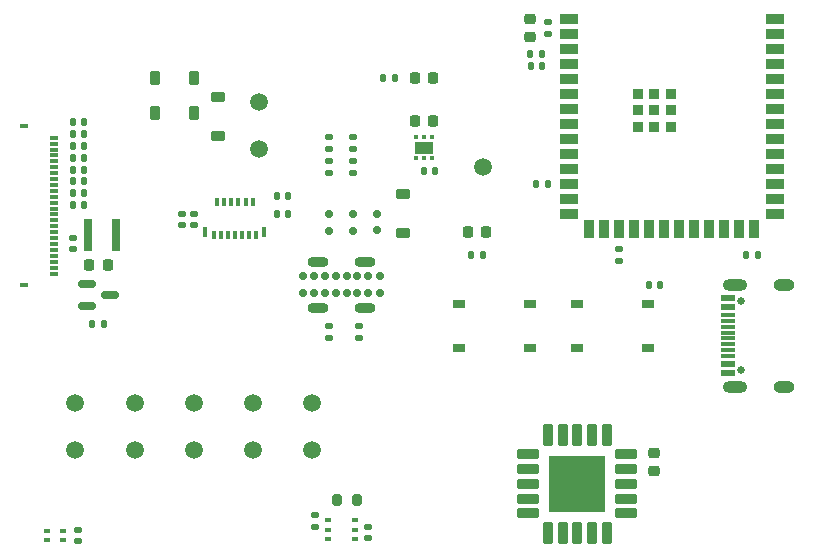
<source format=gts>
G04 #@! TF.GenerationSoftware,KiCad,Pcbnew,8.0.3*
G04 #@! TF.CreationDate,2024-07-02T16:51:36-07:00*
G04 #@! TF.ProjectId,canary,63616e61-7279-42e6-9b69-6361645f7063,rev?*
G04 #@! TF.SameCoordinates,PX2faf080PY2faf080*
G04 #@! TF.FileFunction,Soldermask,Top*
G04 #@! TF.FilePolarity,Negative*
%FSLAX46Y46*%
G04 Gerber Fmt 4.6, Leading zero omitted, Abs format (unit mm)*
G04 Created by KiCad (PCBNEW 8.0.3) date 2024-07-02 16:51:36*
%MOMM*%
%LPD*%
G01*
G04 APERTURE LIST*
G04 Aperture macros list*
%AMRoundRect*
0 Rectangle with rounded corners*
0 $1 Rounding radius*
0 $2 $3 $4 $5 $6 $7 $8 $9 X,Y pos of 4 corners*
0 Add a 4 corners polygon primitive as box body*
4,1,4,$2,$3,$4,$5,$6,$7,$8,$9,$2,$3,0*
0 Add four circle primitives for the rounded corners*
1,1,$1+$1,$2,$3*
1,1,$1+$1,$4,$5*
1,1,$1+$1,$6,$7*
1,1,$1+$1,$8,$9*
0 Add four rect primitives between the rounded corners*
20,1,$1+$1,$2,$3,$4,$5,0*
20,1,$1+$1,$4,$5,$6,$7,0*
20,1,$1+$1,$6,$7,$8,$9,0*
20,1,$1+$1,$8,$9,$2,$3,0*%
G04 Aperture macros list end*
%ADD10RoundRect,0.225000X-0.225000X-0.250000X0.225000X-0.250000X0.225000X0.250000X-0.225000X0.250000X0*%
%ADD11RoundRect,0.135000X0.185000X-0.135000X0.185000X0.135000X-0.185000X0.135000X-0.185000X-0.135000X0*%
%ADD12RoundRect,0.140000X-0.140000X-0.170000X0.140000X-0.170000X0.140000X0.170000X-0.140000X0.170000X0*%
%ADD13R,0.800000X2.700000*%
%ADD14C,1.500000*%
%ADD15RoundRect,0.225000X0.250000X-0.225000X0.250000X0.225000X-0.250000X0.225000X-0.250000X-0.225000X0*%
%ADD16RoundRect,0.218750X-0.218750X-0.256250X0.218750X-0.256250X0.218750X0.256250X-0.218750X0.256250X0*%
%ADD17RoundRect,0.135000X-0.135000X-0.185000X0.135000X-0.185000X0.135000X0.185000X-0.135000X0.185000X0*%
%ADD18RoundRect,0.140000X-0.170000X0.140000X-0.170000X-0.140000X0.170000X-0.140000X0.170000X0.140000X0*%
%ADD19RoundRect,0.135000X0.135000X0.185000X-0.135000X0.185000X-0.135000X-0.185000X0.135000X-0.185000X0*%
%ADD20R,1.000000X0.750000*%
%ADD21RoundRect,0.225000X-0.375000X0.225000X-0.375000X-0.225000X0.375000X-0.225000X0.375000X0.225000X0*%
%ADD22RoundRect,0.212500X-0.212500X0.737500X-0.212500X-0.737500X0.212500X-0.737500X0.212500X0.737500X0*%
%ADD23RoundRect,0.212500X-0.737500X0.212500X-0.737500X-0.212500X0.737500X-0.212500X0.737500X0.212500X0*%
%ADD24R,4.800000X4.800000*%
%ADD25RoundRect,0.135000X-0.185000X0.135000X-0.185000X-0.135000X0.185000X-0.135000X0.185000X0.135000X0*%
%ADD26RoundRect,0.150000X-0.200000X0.150000X-0.200000X-0.150000X0.200000X-0.150000X0.200000X0.150000X0*%
%ADD27RoundRect,0.140000X0.140000X0.170000X-0.140000X0.170000X-0.140000X-0.170000X0.140000X-0.170000X0*%
%ADD28RoundRect,0.225000X-0.225000X-0.375000X0.225000X-0.375000X0.225000X0.375000X-0.225000X0.375000X0*%
%ADD29RoundRect,0.150000X-0.587500X-0.150000X0.587500X-0.150000X0.587500X0.150000X-0.587500X0.150000X0*%
%ADD30R,1.500000X0.900000*%
%ADD31R,0.900000X1.500000*%
%ADD32R,0.900000X0.900000*%
%ADD33RoundRect,0.225000X0.225000X0.375000X-0.225000X0.375000X-0.225000X-0.375000X0.225000X-0.375000X0*%
%ADD34RoundRect,0.218750X0.218750X0.256250X-0.218750X0.256250X-0.218750X-0.256250X0.218750X-0.256250X0*%
%ADD35R,0.800000X0.300000*%
%ADD36R,0.800000X0.400000*%
%ADD37C,0.700000*%
%ADD38O,1.800000X0.900000*%
%ADD39RoundRect,0.200000X0.200000X0.275000X-0.200000X0.275000X-0.200000X-0.275000X0.200000X-0.275000X0*%
%ADD40R,0.500000X0.300000*%
%ADD41RoundRect,0.140000X0.170000X-0.140000X0.170000X0.140000X-0.170000X0.140000X-0.170000X-0.140000X0*%
%ADD42RoundRect,0.093750X-0.106250X0.093750X-0.106250X-0.093750X0.106250X-0.093750X0.106250X0.093750X0*%
%ADD43R,1.600000X1.000000*%
%ADD44C,0.650000*%
%ADD45O,2.100000X1.000000*%
%ADD46O,1.800000X1.000000*%
%ADD47R,1.150000X0.600000*%
%ADD48R,1.150000X0.300000*%
%ADD49R,0.300000X0.800000*%
%ADD50R,0.400000X0.950000*%
%ADD51R,0.550000X0.400000*%
%ADD52RoundRect,0.225000X0.375000X-0.225000X0.375000X0.225000X-0.375000X0.225000X-0.375000X-0.225000X0*%
G04 APERTURE END LIST*
D10*
X17668750Y-22350000D03*
X19218750Y-22350000D03*
D11*
X38000000Y-14510000D03*
X38000000Y-13490000D03*
D12*
X65020000Y-24000000D03*
X65980000Y-24000000D03*
D13*
X17600000Y-19750000D03*
X19900000Y-19750000D03*
D14*
X32000000Y-8500000D03*
X16500000Y-38000000D03*
D15*
X55000000Y-3025000D03*
X55000000Y-1475000D03*
D14*
X51000000Y-14000000D03*
D16*
X49712500Y-19500000D03*
X51287500Y-19500000D03*
D17*
X17933750Y-27350000D03*
X18953750Y-27350000D03*
D18*
X26500000Y-18020000D03*
X26500000Y-18980000D03*
D19*
X56510000Y-15500000D03*
X55490000Y-15500000D03*
D14*
X16500000Y-34000000D03*
X36500000Y-38000000D03*
D20*
X49000000Y-25625000D03*
X55000000Y-25625000D03*
X49000000Y-29375000D03*
X55000000Y-29375000D03*
D14*
X31500000Y-38000000D03*
D21*
X44250000Y-16350000D03*
X44250000Y-19650000D03*
D12*
X46020000Y-14387500D03*
X46980000Y-14387500D03*
D15*
X65500000Y-39775000D03*
X65500000Y-38225000D03*
D17*
X42527500Y-6500000D03*
X43547500Y-6500000D03*
D22*
X61500000Y-36700000D03*
X60250000Y-36700000D03*
X59000000Y-36700000D03*
X57750000Y-36700000D03*
X56500000Y-36700000D03*
D23*
X54850000Y-38350000D03*
X54850000Y-39600000D03*
X54850000Y-40850000D03*
X54850000Y-42100000D03*
X54850000Y-43350000D03*
D22*
X56500000Y-45000000D03*
X57750000Y-45000000D03*
X59000000Y-45000000D03*
X60250000Y-45000000D03*
X61500000Y-45000000D03*
D23*
X63150000Y-43350000D03*
X63150000Y-42100000D03*
X63150000Y-40850000D03*
X63150000Y-39600000D03*
X63150000Y-38350000D03*
D24*
X59000000Y-40850000D03*
D14*
X36500000Y-34000000D03*
D25*
X62500000Y-20990000D03*
X62500000Y-22010000D03*
D12*
X16270000Y-15250000D03*
X17230000Y-15250000D03*
D14*
X21500000Y-34000000D03*
D18*
X36750000Y-43520000D03*
X36750000Y-44480000D03*
D12*
X16270000Y-12250000D03*
X17230000Y-12250000D03*
X16270000Y-13250000D03*
X17230000Y-13250000D03*
D26*
X40000000Y-19450000D03*
X40000000Y-18050000D03*
D27*
X56000000Y-5500000D03*
X55040000Y-5500000D03*
D28*
X23200000Y-9500000D03*
X26500000Y-9500000D03*
D29*
X17506250Y-23900000D03*
X17506250Y-25800000D03*
X19381250Y-24850000D03*
D12*
X16270000Y-14250000D03*
X17230000Y-14250000D03*
D17*
X54990000Y-4500000D03*
X56010000Y-4500000D03*
D26*
X42000000Y-19400000D03*
X42000000Y-18000000D03*
D12*
X16270000Y-11250000D03*
X17230000Y-11250000D03*
D30*
X58250000Y-1490000D03*
X58250000Y-2760000D03*
X58250000Y-4030000D03*
X58250000Y-5300000D03*
X58250000Y-6570000D03*
X58250000Y-7840000D03*
X58250000Y-9110000D03*
X58250000Y-10380000D03*
X58250000Y-11650000D03*
X58250000Y-12920000D03*
X58250000Y-14190000D03*
X58250000Y-15460000D03*
X58250000Y-16730000D03*
X58250000Y-18000000D03*
D31*
X60015000Y-19250000D03*
X61285000Y-19250000D03*
X62555000Y-19250000D03*
X63825000Y-19250000D03*
X65095000Y-19250000D03*
X66365000Y-19250000D03*
X67635000Y-19250000D03*
X68905000Y-19250000D03*
X70175000Y-19250000D03*
X71445000Y-19250000D03*
X72715000Y-19250000D03*
X73985000Y-19250000D03*
D30*
X75750000Y-18000000D03*
X75750000Y-16730000D03*
X75750000Y-15460000D03*
X75750000Y-14190000D03*
X75750000Y-12920000D03*
X75750000Y-11650000D03*
X75750000Y-10380000D03*
X75750000Y-9110000D03*
X75750000Y-7840000D03*
X75750000Y-6570000D03*
X75750000Y-5300000D03*
X75750000Y-4030000D03*
X75750000Y-2760000D03*
X75750000Y-1490000D03*
D32*
X64100000Y-7810000D03*
X64100000Y-9210000D03*
X64100000Y-10610000D03*
X64100000Y-10610000D03*
X65500000Y-7810000D03*
X65500000Y-7810000D03*
X65500000Y-9210000D03*
X65500000Y-10610000D03*
X66900000Y-7810000D03*
X66900000Y-9210000D03*
X66900000Y-10610000D03*
D18*
X41250000Y-44520000D03*
X41250000Y-45480000D03*
D33*
X26500000Y-6500000D03*
X23200000Y-6500000D03*
D14*
X31500000Y-34000000D03*
D34*
X46787500Y-6500000D03*
X45212500Y-6500000D03*
D20*
X59000000Y-25625000D03*
X65000000Y-25625000D03*
X59000000Y-29375000D03*
X65000000Y-29375000D03*
D14*
X26500000Y-34000000D03*
D35*
X14650000Y-23050000D03*
X14650000Y-22550000D03*
X14650000Y-22050000D03*
X14650000Y-21550000D03*
X14650000Y-21050000D03*
X14650000Y-20550000D03*
X14650000Y-20050000D03*
X14650000Y-19550000D03*
X14650000Y-19050000D03*
X14650000Y-18550000D03*
X14650000Y-18050000D03*
X14650000Y-17550000D03*
X14650000Y-17050000D03*
X14650000Y-16550000D03*
X14650000Y-16050000D03*
X14650000Y-15550000D03*
X14650000Y-15050000D03*
X14650000Y-14550000D03*
X14650000Y-14050000D03*
X14650000Y-13550000D03*
X14650000Y-13050000D03*
X14650000Y-12550000D03*
X14650000Y-12050000D03*
X14650000Y-11550000D03*
D36*
X12150000Y-10550000D03*
X12150000Y-24050000D03*
D37*
X35750000Y-23300000D03*
X36700000Y-23300000D03*
X37650000Y-23300000D03*
X38550000Y-23300000D03*
X39450000Y-23300000D03*
X40350000Y-23300000D03*
X41300000Y-23300000D03*
X42250000Y-23300000D03*
X42250000Y-24700000D03*
X41300000Y-24700000D03*
X40350000Y-24700000D03*
X39450000Y-24700000D03*
X38550000Y-24700000D03*
X37650000Y-24700000D03*
X36700000Y-24700000D03*
X35750000Y-24700000D03*
D38*
X37000000Y-22070000D03*
X37000000Y-25930000D03*
X41000000Y-22070000D03*
X41000000Y-25930000D03*
D11*
X40000000Y-14510000D03*
X40000000Y-13490000D03*
D39*
X40325000Y-42250000D03*
X38675000Y-42250000D03*
D18*
X16750000Y-44770000D03*
X16750000Y-45730000D03*
D12*
X16270000Y-16250000D03*
X17230000Y-16250000D03*
D40*
X14050000Y-44850000D03*
X14050000Y-45650000D03*
X15450000Y-45650000D03*
X15450000Y-44850000D03*
D27*
X34480000Y-18000000D03*
X33520000Y-18000000D03*
D41*
X56500000Y-2730000D03*
X56500000Y-1770000D03*
D12*
X16270000Y-10250000D03*
X17230000Y-10250000D03*
D10*
X45225000Y-10137500D03*
X46775000Y-10137500D03*
D19*
X74260000Y-21500000D03*
X73240000Y-21500000D03*
D41*
X38000000Y-12480000D03*
X38000000Y-11520000D03*
D12*
X16270000Y-17250000D03*
X17230000Y-17250000D03*
D42*
X46650000Y-11500000D03*
X46000000Y-11500000D03*
X45350000Y-11500000D03*
X45350000Y-13275000D03*
X46000000Y-13275000D03*
X46650000Y-13275000D03*
D43*
X46000000Y-12387500D03*
D14*
X32000000Y-12500000D03*
D18*
X25500000Y-18020000D03*
X25500000Y-18980000D03*
D14*
X26500000Y-38000000D03*
X21500000Y-38000000D03*
D26*
X38000000Y-19450000D03*
X38000000Y-18050000D03*
D17*
X49990000Y-21500000D03*
X51010000Y-21500000D03*
D44*
X72815000Y-31190000D03*
X72815000Y-25410000D03*
D45*
X72315000Y-32620000D03*
X72315000Y-23980000D03*
D46*
X76465000Y-32620000D03*
X76465000Y-23980000D03*
D47*
X71745000Y-31500000D03*
X71745000Y-30700000D03*
D48*
X71745000Y-29550000D03*
X71745000Y-28550000D03*
X71745000Y-28050000D03*
X71745000Y-30050000D03*
D47*
X71745000Y-25100000D03*
X71745000Y-25900000D03*
D48*
X71745000Y-26550000D03*
X71745000Y-27550000D03*
X71745000Y-29050000D03*
X71745000Y-27050000D03*
D41*
X16250000Y-20980000D03*
X16250000Y-20020000D03*
X40000000Y-12480000D03*
X40000000Y-11520000D03*
D25*
X40500000Y-27490000D03*
X40500000Y-28510000D03*
X38000000Y-27490000D03*
X38000000Y-28510000D03*
D49*
X28200000Y-19800000D03*
X28500000Y-17000000D03*
X28800000Y-19800000D03*
X29100000Y-17000000D03*
X29400000Y-19800000D03*
X29700000Y-17000000D03*
X30000000Y-19800000D03*
X30300000Y-17000000D03*
X30600000Y-19800000D03*
X30900000Y-17000000D03*
X31200000Y-19800000D03*
X31500000Y-17000000D03*
X31800000Y-19800000D03*
D50*
X32500000Y-19550000D03*
X27500000Y-19550000D03*
D51*
X37850000Y-43950000D03*
X37850000Y-44750000D03*
X37850000Y-45550000D03*
X40150000Y-45550000D03*
X40150000Y-44750000D03*
X40150000Y-43950000D03*
D27*
X34480000Y-16500000D03*
X33520000Y-16500000D03*
D52*
X28600000Y-11400000D03*
X28600000Y-8100000D03*
M02*

</source>
